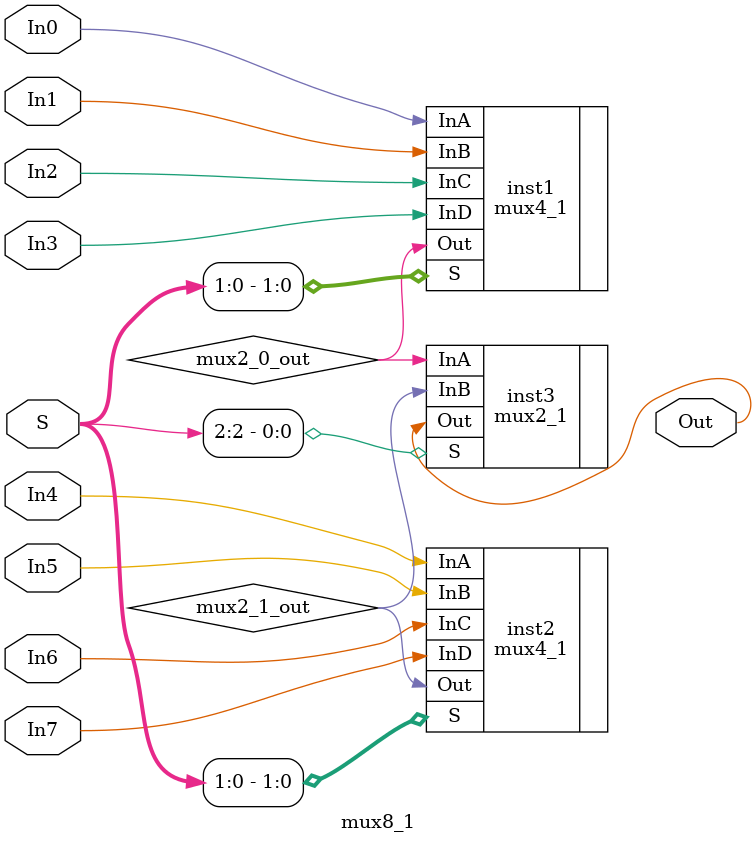
<source format=v>
/* $Author: Giang Nguyen $ */
// CS/ECE 552

module mux8_1 (In0, In1, In2, In3, In4, In5, In6, In7, S, Out);

	input In0, In1, In2, In3, In4, In5, In6, In7;
	input [2:0] S;
	output Out;

	wire mux2_0_out, mux2_1_out;

	mux4_1 inst1(.InA(In0), .InB(In1), .InC(In2), .InD(In3), .S(S[1:0]), .Out(mux2_0_out));
	mux4_1 inst2(.InA(In4), .InB(In5), .InC(In6), .InD(In7), .S(S[1:0]), .Out(mux2_1_out));
	mux2_1 inst3(.InA(mux2_0_out), .InB(mux2_1_out), .S(S[2]), .Out(Out));

endmodule

</source>
